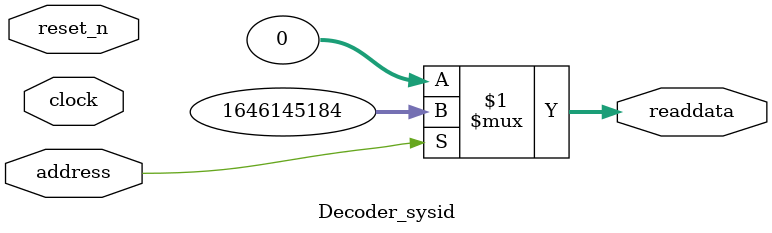
<source format=v>

`timescale 1ns / 1ps
// synthesis translate_on

// turn off superfluous verilog processor warnings 
// altera message_level Level1 
// altera message_off 10034 10035 10036 10037 10230 10240 10030 

module Decoder_sysid (
               // inputs:
                address,
                clock,
                reset_n,

               // outputs:
                readdata
             )
;

  output  [ 31: 0] readdata;
  input            address;
  input            clock;
  input            reset_n;

  wire    [ 31: 0] readdata;
  //control_slave, which is an e_avalon_slave
  assign readdata = address ? 1646145184 : 0;

endmodule




</source>
